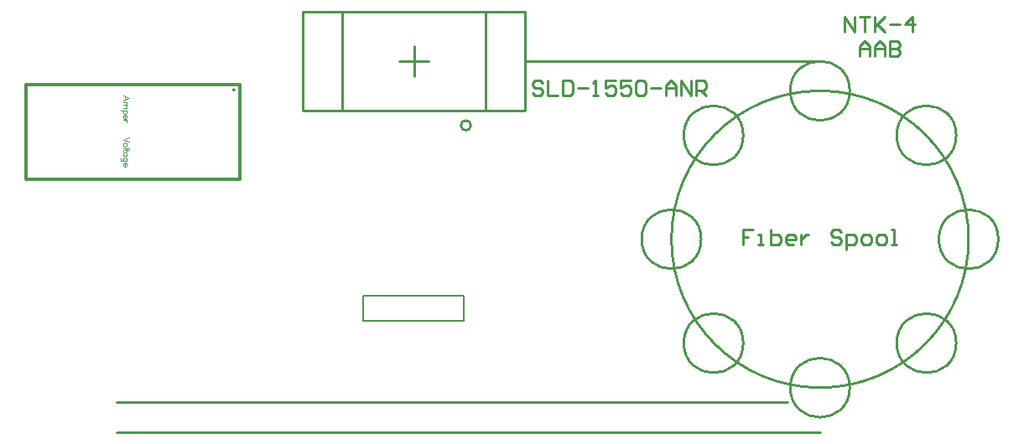
<source format=gto>
G04*
G04 #@! TF.GenerationSoftware,Altium Limited,Altium Designer,18.0.9 (584)*
G04*
G04 Layer_Color=65535*
%FSLAX43Y43*%
%MOMM*%
G71*
G01*
G75*
%ADD10C,0.254*%
%ADD11C,0.300*%
%ADD12C,0.200*%
%ADD13C,0.100*%
D10*
X44750Y40500D02*
G03*
X44750Y40500I-500J0D01*
G01*
X20920Y44108D02*
G03*
X20920Y44108I-92J0D01*
G01*
X98000Y29000D02*
G03*
X98000Y29000I-3000J0D01*
G01*
X93750Y39500D02*
G03*
X93750Y39500I-3000J0D01*
G01*
X83000Y44000D02*
G03*
X83000Y44000I-3000J0D01*
G01*
X72250Y39500D02*
G03*
X72250Y39500I-3000J0D01*
G01*
X68000Y29000D02*
G03*
X68000Y29000I-3000J0D01*
G01*
X93750Y18500D02*
G03*
X93750Y18500I-3000J0D01*
G01*
X83000Y14000D02*
G03*
X83000Y14000I-3000J0D01*
G01*
X72250Y18500D02*
G03*
X72250Y18500I-3000J0D01*
G01*
X95000Y29000D02*
G03*
X95000Y29000I-15000J0D01*
G01*
X31750Y42000D02*
Y52000D01*
X46250Y42000D02*
Y52000D01*
X27750Y42000D02*
Y52000D01*
X50250D01*
X27750Y42000D02*
X50250D01*
Y52000D01*
X9000Y12500D02*
X76750D01*
X9000Y9500D02*
X80000D01*
X50250Y47000D02*
X80000Y47000D01*
X37500Y47000D02*
X40500D01*
X39000Y45500D02*
Y48500D01*
X73271Y30016D02*
X72256D01*
Y29254D01*
X72763D01*
X72256D01*
Y28492D01*
X73779D02*
X74287D01*
X74033D01*
Y29508D01*
X73779D01*
X75049Y30016D02*
Y28492D01*
X75810D01*
X76064Y28746D01*
Y29000D01*
Y29254D01*
X75810Y29508D01*
X75049D01*
X77334Y28492D02*
X76826D01*
X76572Y28746D01*
Y29254D01*
X76826Y29508D01*
X77334D01*
X77588Y29254D01*
Y29000D01*
X76572D01*
X78096Y29508D02*
Y28492D01*
Y29000D01*
X78350Y29254D01*
X78603Y29508D01*
X78857D01*
X82158Y29762D02*
X81904Y30016D01*
X81397D01*
X81143Y29762D01*
Y29508D01*
X81397Y29254D01*
X81904D01*
X82158Y29000D01*
Y28746D01*
X81904Y28492D01*
X81397D01*
X81143Y28746D01*
X82666Y27984D02*
Y29508D01*
X83428D01*
X83682Y29254D01*
Y28746D01*
X83428Y28492D01*
X82666D01*
X84444D02*
X84951D01*
X85205Y28746D01*
Y29254D01*
X84951Y29508D01*
X84444D01*
X84190Y29254D01*
Y28746D01*
X84444Y28492D01*
X85967D02*
X86475D01*
X86729Y28746D01*
Y29254D01*
X86475Y29508D01*
X85967D01*
X85713Y29254D01*
Y28746D01*
X85967Y28492D01*
X87237D02*
X87744D01*
X87491D01*
Y30016D01*
X87237D01*
X52016Y44770D02*
X51762Y45024D01*
X51254D01*
X51000Y44770D01*
Y44516D01*
X51254Y44262D01*
X51762D01*
X52016Y44008D01*
Y43754D01*
X51762Y43500D01*
X51254D01*
X51000Y43754D01*
X52524Y45024D02*
Y43500D01*
X53539D01*
X54047Y45024D02*
Y43500D01*
X54809D01*
X55063Y43754D01*
Y44770D01*
X54809Y45024D01*
X54047D01*
X55571Y44262D02*
X56586D01*
X57094Y43500D02*
X57602D01*
X57348D01*
Y45024D01*
X57094Y44770D01*
X59379Y45024D02*
X58364D01*
Y44262D01*
X58871Y44516D01*
X59125D01*
X59379Y44262D01*
Y43754D01*
X59125Y43500D01*
X58618D01*
X58364Y43754D01*
X60903Y45024D02*
X59887D01*
Y44262D01*
X60395Y44516D01*
X60649D01*
X60903Y44262D01*
Y43754D01*
X60649Y43500D01*
X60141D01*
X59887Y43754D01*
X61411Y44770D02*
X61665Y45024D01*
X62172D01*
X62426Y44770D01*
Y43754D01*
X62172Y43500D01*
X61665D01*
X61411Y43754D01*
Y44770D01*
X62934Y44262D02*
X63950D01*
X64458Y43500D02*
Y44516D01*
X64965Y45024D01*
X65473Y44516D01*
Y43500D01*
Y44262D01*
X64458D01*
X65981Y43500D02*
Y45024D01*
X66997Y43500D01*
Y45024D01*
X67505Y43500D02*
Y45024D01*
X68266D01*
X68520Y44770D01*
Y44262D01*
X68266Y44008D01*
X67505D01*
X68012D02*
X68520Y43500D01*
X82500Y50000D02*
Y51524D01*
X83516Y50000D01*
Y51524D01*
X84024D02*
X85039D01*
X84531D01*
Y50000D01*
X85547Y51524D02*
Y50000D01*
Y50508D01*
X86563Y51524D01*
X85801Y50762D01*
X86563Y50000D01*
X87071Y50762D02*
X88086D01*
X89356Y50000D02*
Y51524D01*
X88594Y50762D01*
X89610D01*
X84000Y47500D02*
Y48516D01*
X84508Y49024D01*
X85016Y48516D01*
Y47500D01*
Y48262D01*
X84000D01*
X85524Y47500D02*
Y48516D01*
X86031Y49024D01*
X86539Y48516D01*
Y47500D01*
Y48262D01*
X85524D01*
X87047Y49024D02*
Y47500D01*
X87809D01*
X88063Y47754D01*
Y48008D01*
X87809Y48262D01*
X87047D01*
X87809D01*
X88063Y48516D01*
Y48770D01*
X87809Y49024D01*
X87047D01*
D11*
X-173Y44662D02*
X21417D01*
X-173Y35062D02*
X21417D01*
Y44662D01*
X-173Y35062D02*
Y44662D01*
D12*
X44070Y20730D02*
Y23270D01*
X33910Y20730D02*
X44070D01*
X33910Y23270D02*
X44070D01*
X33910Y20730D02*
Y23270D01*
D13*
X10248Y39304D02*
X9623Y39066D01*
X10248Y38828D02*
X9623Y39066D01*
X10040Y38599D02*
X10010Y38658D01*
X9950Y38718D01*
X9861Y38748D01*
X9802D01*
X9712Y38718D01*
X9653Y38658D01*
X9623Y38599D01*
Y38510D01*
X9653Y38450D01*
X9712Y38391D01*
X9802Y38361D01*
X9861D01*
X9950Y38391D01*
X10010Y38450D01*
X10040Y38510D01*
Y38599D01*
X10248Y38224D02*
X9623D01*
X10248Y38004D02*
X9742D01*
X9653Y37974D01*
X9623Y37914D01*
Y37855D01*
X10040Y38093D02*
Y37885D01*
Y37409D02*
X9623D01*
X9950D02*
X10010Y37468D01*
X10040Y37528D01*
Y37617D01*
X10010Y37676D01*
X9950Y37736D01*
X9861Y37766D01*
X9802D01*
X9712Y37736D01*
X9653Y37676D01*
X9623Y37617D01*
Y37528D01*
X9653Y37468D01*
X9712Y37409D01*
X10040Y36885D02*
X9563D01*
X9474Y36915D01*
X9444Y36944D01*
X9415Y37004D01*
Y37093D01*
X9444Y37153D01*
X9950Y36885D02*
X10010Y36944D01*
X10040Y37004D01*
Y37093D01*
X10010Y37153D01*
X9950Y37212D01*
X9861Y37242D01*
X9802D01*
X9712Y37212D01*
X9653Y37153D01*
X9623Y37093D01*
Y37004D01*
X9653Y36944D01*
X9712Y36885D01*
X9861Y36718D02*
Y36361D01*
X9921D01*
X9980Y36391D01*
X10010Y36421D01*
X10040Y36480D01*
Y36569D01*
X10010Y36629D01*
X9950Y36688D01*
X9861Y36718D01*
X9802D01*
X9712Y36688D01*
X9653Y36629D01*
X9623Y36569D01*
Y36480D01*
X9653Y36421D01*
X9712Y36361D01*
X9623Y43028D02*
X10248Y43266D01*
X9623Y43504D01*
X9831Y43415D02*
Y43117D01*
X10040Y42882D02*
X9623D01*
X9921D02*
X10010Y42793D01*
X10040Y42733D01*
Y42644D01*
X10010Y42585D01*
X9921Y42555D01*
X9623D01*
X9921D02*
X10010Y42466D01*
X10040Y42406D01*
Y42317D01*
X10010Y42257D01*
X9921Y42227D01*
X9623D01*
X10040Y42031D02*
X9415D01*
X9950D02*
X10010Y41972D01*
X10040Y41912D01*
Y41823D01*
X10010Y41763D01*
X9950Y41704D01*
X9861Y41674D01*
X9802D01*
X9712Y41704D01*
X9653Y41763D01*
X9623Y41823D01*
Y41912D01*
X9653Y41972D01*
X9712Y42031D01*
X9861Y41540D02*
Y41183D01*
X9921D01*
X9980Y41213D01*
X10010Y41243D01*
X10040Y41302D01*
Y41391D01*
X10010Y41451D01*
X9950Y41510D01*
X9861Y41540D01*
X9802D01*
X9712Y41510D01*
X9653Y41451D01*
X9623Y41391D01*
Y41302D01*
X9653Y41243D01*
X9712Y41183D01*
X10040Y41049D02*
X9623D01*
X9861D02*
X9950Y41019D01*
X10010Y40960D01*
X10040Y40900D01*
Y40811D01*
M02*

</source>
